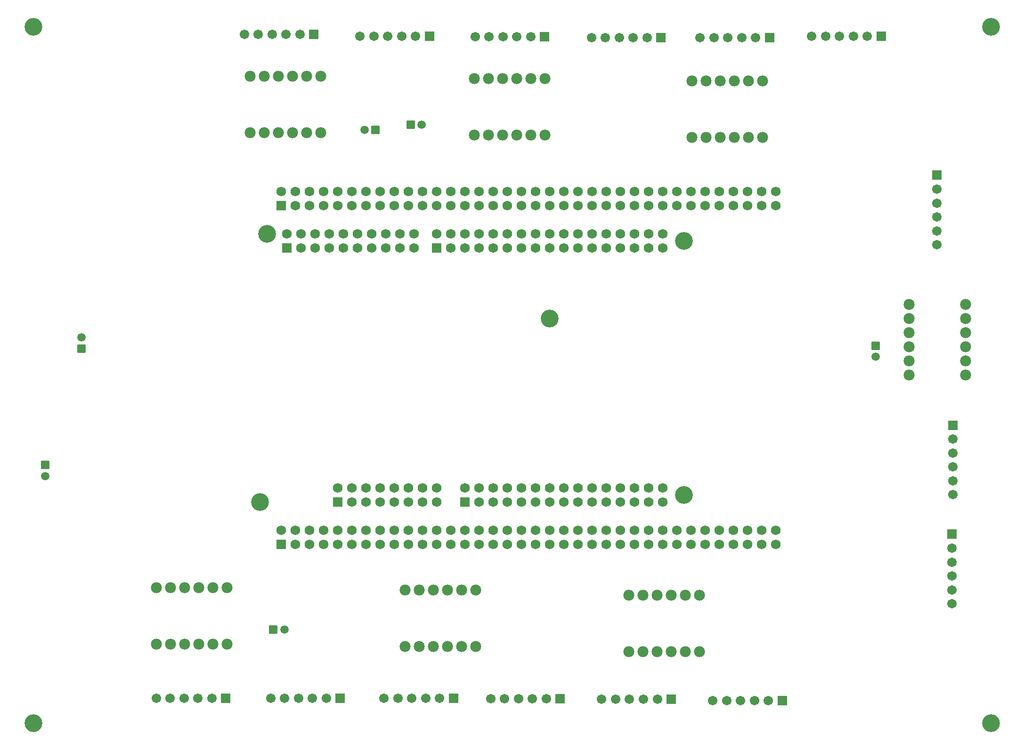
<source format=gbr>
%TF.GenerationSoftware,KiCad,Pcbnew,9.0.2*%
%TF.CreationDate,2025-12-22T22:41:59+05:30*%
%TF.ProjectId,its_a_wrap,6974735f-615f-4777-9261-702e6b696361,rev?*%
%TF.SameCoordinates,Original*%
%TF.FileFunction,Soldermask,Top*%
%TF.FilePolarity,Negative*%
%FSLAX46Y46*%
G04 Gerber Fmt 4.6, Leading zero omitted, Abs format (unit mm)*
G04 Created by KiCad (PCBNEW 9.0.2) date 2025-12-22 22:41:59*
%MOMM*%
%LPD*%
G01*
G04 APERTURE LIST*
G04 Aperture macros list*
%AMRoundRect*
0 Rectangle with rounded corners*
0 $1 Rounding radius*
0 $2 $3 $4 $5 $6 $7 $8 $9 X,Y pos of 4 corners*
0 Add a 4 corners polygon primitive as box body*
4,1,4,$2,$3,$4,$5,$6,$7,$8,$9,$2,$3,0*
0 Add four circle primitives for the rounded corners*
1,1,$1+$1,$2,$3*
1,1,$1+$1,$4,$5*
1,1,$1+$1,$6,$7*
1,1,$1+$1,$8,$9*
0 Add four rect primitives between the rounded corners*
20,1,$1+$1,$2,$3,$4,$5,0*
20,1,$1+$1,$4,$5,$6,$7,0*
20,1,$1+$1,$6,$7,$8,$9,0*
20,1,$1+$1,$8,$9,$2,$3,0*%
G04 Aperture macros list end*
%ADD10C,3.200000*%
%ADD11RoundRect,0.102000X-0.754000X-0.754000X0.754000X-0.754000X0.754000X0.754000X-0.754000X0.754000X0*%
%ADD12C,1.712000*%
%ADD13RoundRect,0.102000X0.754000X-0.754000X0.754000X0.754000X-0.754000X0.754000X-0.754000X-0.754000X0*%
%ADD14RoundRect,0.102000X0.654000X0.654000X-0.654000X0.654000X-0.654000X-0.654000X0.654000X-0.654000X0*%
%ADD15C,1.512000*%
%ADD16RoundRect,0.102000X0.765000X-0.765000X0.765000X0.765000X-0.765000X0.765000X-0.765000X-0.765000X0*%
%ADD17C,1.734000*%
%ADD18C,1.982000*%
%ADD19RoundRect,0.102000X-0.654000X-0.654000X0.654000X-0.654000X0.654000X0.654000X-0.654000X0.654000X0*%
%ADD20RoundRect,0.102000X0.654000X-0.654000X0.654000X0.654000X-0.654000X0.654000X-0.654000X-0.654000X0*%
%ADD21RoundRect,0.102000X-0.654000X0.654000X-0.654000X-0.654000X0.654000X-0.654000X0.654000X0.654000X0*%
G04 APERTURE END LIST*
D10*
%TO.C,H2*%
X40530000Y-158190000D03*
%TD*%
D11*
%TO.C,J5*%
X192950000Y-34575000D03*
D12*
X190450000Y-34575000D03*
X187950000Y-34575000D03*
X185450000Y-34575000D03*
X182950000Y-34575000D03*
X180450000Y-34575000D03*
%TD*%
D13*
%TO.C,J2*%
X202930000Y-59580000D03*
D12*
X202930000Y-62080000D03*
X202930000Y-64580000D03*
X202930000Y-67080000D03*
X202930000Y-69580000D03*
X202930000Y-72080000D03*
%TD*%
D10*
%TO.C,H4*%
X212680000Y-32870000D03*
%TD*%
D14*
%TO.C,J18*%
X108350000Y-50500000D03*
D15*
X110350000Y-50500000D03*
%TD*%
D10*
%TO.C,A1*%
X81240000Y-118360000D03*
X157440000Y-117090000D03*
X133310000Y-85340000D03*
X157440000Y-71370000D03*
X82510000Y-70100000D03*
D16*
X86066000Y-72640000D03*
D17*
X86066000Y-70100000D03*
X88606000Y-72640000D03*
X88606000Y-70100000D03*
X91146000Y-72640000D03*
X91146000Y-70100000D03*
X93686000Y-72640000D03*
X93686000Y-70100000D03*
X96226000Y-72640000D03*
X96226000Y-70100000D03*
X98766000Y-72640000D03*
X98766000Y-70100000D03*
X101306000Y-72640000D03*
X101306000Y-70100000D03*
X103846000Y-72640000D03*
X103846000Y-70100000D03*
X106386000Y-72640000D03*
X106386000Y-70100000D03*
X108926000Y-72640000D03*
X108926000Y-70100000D03*
D16*
X95210000Y-118360000D03*
D17*
X95210000Y-115820000D03*
X97750000Y-118360000D03*
X97750000Y-115820000D03*
X100290000Y-118360000D03*
X100290000Y-115820000D03*
X102830000Y-118360000D03*
X102830000Y-115820000D03*
X105370000Y-118360000D03*
X105370000Y-115820000D03*
X107910000Y-118360000D03*
X107910000Y-115820000D03*
X110450000Y-118360000D03*
X110450000Y-115820000D03*
X112990000Y-118360000D03*
X112990000Y-115820000D03*
D16*
X118070000Y-118360000D03*
D17*
X118070000Y-115820000D03*
X120610000Y-118360000D03*
X120610000Y-115820000D03*
X123150000Y-118360000D03*
X123150000Y-115820000D03*
X125690000Y-118360000D03*
X125690000Y-115820000D03*
X128230000Y-118360000D03*
X128230000Y-115820000D03*
X130770000Y-118360000D03*
X130770000Y-115820000D03*
X133310000Y-118360000D03*
X133310000Y-115820000D03*
X135850000Y-118360000D03*
X135850000Y-115820000D03*
X138390000Y-118360000D03*
X138390000Y-115820000D03*
X140930000Y-118360000D03*
X140930000Y-115820000D03*
X143470000Y-118360000D03*
X143470000Y-115820000D03*
X146010000Y-118360000D03*
X146010000Y-115820000D03*
X148550000Y-118360000D03*
X148550000Y-115820000D03*
X151090000Y-118360000D03*
X151090000Y-115820000D03*
X153630000Y-118360000D03*
X153630000Y-115820000D03*
D16*
X112990000Y-72640000D03*
D17*
X112990000Y-70100000D03*
X115530000Y-72640000D03*
X115530000Y-70100000D03*
X118070000Y-72640000D03*
X118070000Y-70100000D03*
X120610000Y-72640000D03*
X120610000Y-70100000D03*
X123150000Y-72640000D03*
X123150000Y-70100000D03*
X125690000Y-72640000D03*
X125690000Y-70100000D03*
X128230000Y-72640000D03*
X128230000Y-70100000D03*
X130770000Y-72640000D03*
X130770000Y-70100000D03*
X133310000Y-72640000D03*
X133310000Y-70100000D03*
X135850000Y-72640000D03*
X135850000Y-70100000D03*
X138390000Y-72640000D03*
X138390000Y-70100000D03*
X140930000Y-72640000D03*
X140930000Y-70100000D03*
X143470000Y-72640000D03*
X143470000Y-70100000D03*
X146010000Y-72640000D03*
X146010000Y-70100000D03*
X148550000Y-72640000D03*
X148550000Y-70100000D03*
X151090000Y-72640000D03*
X151090000Y-70100000D03*
X153630000Y-72640000D03*
X153630000Y-70100000D03*
D16*
X85050000Y-125980000D03*
D17*
X85050000Y-123440000D03*
X87590000Y-125980000D03*
X87590000Y-123440000D03*
X90130000Y-125980000D03*
X90130000Y-123440000D03*
X92670000Y-125980000D03*
X92670000Y-123440000D03*
X95210000Y-125980000D03*
X95210000Y-123440000D03*
X97750000Y-125980000D03*
X97750000Y-123440000D03*
X100290000Y-125980000D03*
X100290000Y-123440000D03*
X102830000Y-125980000D03*
X102830000Y-123440000D03*
X105370000Y-125980000D03*
X105370000Y-123440000D03*
X107910000Y-125980000D03*
X107910000Y-123440000D03*
X110450000Y-125980000D03*
X110450000Y-123440000D03*
X112990000Y-125980000D03*
X112990000Y-123440000D03*
X115530000Y-125980000D03*
X115530000Y-123440000D03*
X118070000Y-125980000D03*
X118070000Y-123440000D03*
X120610000Y-125980000D03*
X120610000Y-123440000D03*
X123150000Y-125980000D03*
X123150000Y-123440000D03*
X125690000Y-125980000D03*
X125690000Y-123440000D03*
X128230000Y-125980000D03*
X128230000Y-123440000D03*
X130770000Y-125980000D03*
X130770000Y-123440000D03*
X133310000Y-125980000D03*
X133310000Y-123440000D03*
X135850000Y-125980000D03*
X135850000Y-123440000D03*
X138390000Y-125980000D03*
X138390000Y-123440000D03*
X140930000Y-125980000D03*
X140930000Y-123440000D03*
X143470000Y-125980000D03*
X143470000Y-123440000D03*
X146010000Y-125980000D03*
X146010000Y-123440000D03*
X148550000Y-125980000D03*
X148550000Y-123440000D03*
X151090000Y-125980000D03*
X151090000Y-123440000D03*
X153630000Y-125980000D03*
X153630000Y-123440000D03*
X156170000Y-125980000D03*
X156170000Y-123440000D03*
X158710000Y-125980000D03*
X158710000Y-123440000D03*
X161250000Y-125980000D03*
X161250000Y-123440000D03*
X163790000Y-125980000D03*
X163790000Y-123440000D03*
X166330000Y-125980000D03*
X166330000Y-123440000D03*
X168870000Y-125980000D03*
X168870000Y-123440000D03*
X171410000Y-125980000D03*
X171410000Y-123440000D03*
X173950000Y-125980000D03*
X173950000Y-123440000D03*
D16*
X85070000Y-65020000D03*
D17*
X85070000Y-62480000D03*
X87610000Y-65020000D03*
X87610000Y-62480000D03*
X90150000Y-65020000D03*
X90150000Y-62480000D03*
X92690000Y-65020000D03*
X92690000Y-62480000D03*
X95230000Y-65020000D03*
X95230000Y-62480000D03*
X97770000Y-65020000D03*
X97770000Y-62480000D03*
X100310000Y-65020000D03*
X100310000Y-62480000D03*
X102850000Y-65020000D03*
X102850000Y-62480000D03*
X105390000Y-65020000D03*
X105390000Y-62480000D03*
X107930000Y-65020000D03*
X107930000Y-62480000D03*
X110470000Y-65020000D03*
X110470000Y-62480000D03*
X113010000Y-65020000D03*
X113010000Y-62480000D03*
X115550000Y-65020000D03*
X115550000Y-62480000D03*
X118090000Y-65020000D03*
X118090000Y-62480000D03*
X120630000Y-65020000D03*
X120630000Y-62480000D03*
X123170000Y-65020000D03*
X123170000Y-62480000D03*
X125710000Y-65020000D03*
X125710000Y-62480000D03*
X128250000Y-65020000D03*
X128250000Y-62480000D03*
X130790000Y-65020000D03*
X130790000Y-62480000D03*
X133330000Y-65020000D03*
X133330000Y-62480000D03*
X135870000Y-65020000D03*
X135870000Y-62480000D03*
X138410000Y-65020000D03*
X138410000Y-62480000D03*
X140950000Y-65020000D03*
X140950000Y-62480000D03*
X143490000Y-65020000D03*
X143490000Y-62480000D03*
X146030000Y-65020000D03*
X146030000Y-62480000D03*
X148570000Y-65020000D03*
X148570000Y-62480000D03*
X151110000Y-65020000D03*
X151110000Y-62480000D03*
X153650000Y-65020000D03*
X153650000Y-62480000D03*
X156190000Y-65020000D03*
X156190000Y-62480000D03*
X158730000Y-65020000D03*
X158730000Y-62480000D03*
X161270000Y-65020000D03*
X161270000Y-62480000D03*
X163810000Y-65020000D03*
X163810000Y-62480000D03*
X166350000Y-65020000D03*
X166350000Y-62480000D03*
X168890000Y-65020000D03*
X168890000Y-62480000D03*
X171430000Y-65020000D03*
X171430000Y-62480000D03*
X173970000Y-65020000D03*
X173970000Y-62480000D03*
%TD*%
D18*
%TO.C,U5*%
X119820000Y-42190000D03*
X122360000Y-42190000D03*
X129980000Y-42190000D03*
X132520000Y-42190000D03*
X119820000Y-52350000D03*
X122360000Y-52350000D03*
X129980000Y-52350000D03*
X132520000Y-52350000D03*
X127440000Y-42190000D03*
X127440000Y-52350000D03*
X124900000Y-42190000D03*
X124900000Y-52350000D03*
%TD*%
D11*
%TO.C,J10*%
X132437500Y-34675000D03*
D12*
X129937500Y-34675000D03*
X127437500Y-34675000D03*
X124937500Y-34675000D03*
X122437500Y-34675000D03*
X119937500Y-34675000D03*
%TD*%
D11*
%TO.C,J13*%
X75137500Y-153725000D03*
D12*
X72637500Y-153725000D03*
X70137500Y-153725000D03*
X67637500Y-153725000D03*
X65137500Y-153725000D03*
X62637500Y-153725000D03*
%TD*%
D19*
%TO.C,J1*%
X102050000Y-51450000D03*
D15*
X100050000Y-51450000D03*
%TD*%
D13*
%TO.C,J3*%
X205795000Y-104550000D03*
D12*
X205795000Y-107050000D03*
X205795000Y-109550000D03*
X205795000Y-112050000D03*
X205795000Y-114550000D03*
X205795000Y-117050000D03*
%TD*%
D18*
%TO.C,U3*%
X120063500Y-144342500D03*
X117523500Y-144342500D03*
X109903500Y-144342500D03*
X107363500Y-144342500D03*
X120063500Y-134182500D03*
X117523500Y-134182500D03*
X109903500Y-134182500D03*
X107363500Y-134182500D03*
X112443500Y-144342500D03*
X112443500Y-134182500D03*
X114983500Y-144342500D03*
X114983500Y-134182500D03*
%TD*%
D13*
%TO.C,J17*%
X205650000Y-124180000D03*
D12*
X205650000Y-126680000D03*
X205650000Y-129180000D03*
X205650000Y-131680000D03*
X205650000Y-134180000D03*
X205650000Y-136680000D03*
%TD*%
D11*
%TO.C,J14*%
X95700000Y-153725000D03*
D12*
X93200000Y-153725000D03*
X90700000Y-153725000D03*
X88200000Y-153725000D03*
X85700000Y-153725000D03*
X83200000Y-153725000D03*
%TD*%
D10*
%TO.C,H1*%
X40530000Y-32870000D03*
%TD*%
D20*
%TO.C,J21*%
X191970000Y-90260000D03*
D15*
X191970000Y-92260000D03*
%TD*%
D11*
%TO.C,J8*%
X90950000Y-34200000D03*
D12*
X88450000Y-34200000D03*
X85950000Y-34200000D03*
X83450000Y-34200000D03*
X80950000Y-34200000D03*
X78450000Y-34200000D03*
%TD*%
D18*
%TO.C,U1*%
X208090000Y-82846500D03*
X208090000Y-85386500D03*
X208090000Y-93006500D03*
X208090000Y-95546500D03*
X197930000Y-82846500D03*
X197930000Y-85386500D03*
X197930000Y-93006500D03*
X197930000Y-95546500D03*
X208090000Y-90466500D03*
X197930000Y-90466500D03*
X208090000Y-87926500D03*
X197930000Y-87926500D03*
%TD*%
D11*
%TO.C,J6*%
X116050000Y-153700000D03*
D12*
X113550000Y-153700000D03*
X111050000Y-153700000D03*
X108550000Y-153700000D03*
X106050000Y-153700000D03*
X103550000Y-153700000D03*
%TD*%
D14*
%TO.C,J15*%
X83660000Y-141360000D03*
D15*
X85660000Y-141360000D03*
%TD*%
D18*
%TO.C,U4*%
X79536500Y-41757500D03*
X82076500Y-41757500D03*
X89696500Y-41757500D03*
X92236500Y-41757500D03*
X79536500Y-51917500D03*
X82076500Y-51917500D03*
X89696500Y-51917500D03*
X92236500Y-51917500D03*
X87156500Y-41757500D03*
X87156500Y-51917500D03*
X84616500Y-41757500D03*
X84616500Y-51917500D03*
%TD*%
D11*
%TO.C,J16*%
X175150000Y-154100000D03*
D12*
X172650000Y-154100000D03*
X170150000Y-154100000D03*
X167650000Y-154100000D03*
X165150000Y-154100000D03*
X162650000Y-154100000D03*
%TD*%
D18*
%TO.C,U2*%
X160250000Y-145290000D03*
X157710000Y-145290000D03*
X150090000Y-145290000D03*
X147550000Y-145290000D03*
X160250000Y-135130000D03*
X157710000Y-135130000D03*
X150090000Y-135130000D03*
X147550000Y-135130000D03*
X152630000Y-145290000D03*
X152630000Y-135130000D03*
X155170000Y-145290000D03*
X155170000Y-135130000D03*
%TD*%
D11*
%TO.C,J9*%
X111750000Y-34600000D03*
D12*
X109250000Y-34600000D03*
X106750000Y-34600000D03*
X104250000Y-34600000D03*
X101750000Y-34600000D03*
X99250000Y-34600000D03*
%TD*%
D11*
%TO.C,J11*%
X153350000Y-34850000D03*
D12*
X150850000Y-34850000D03*
X148350000Y-34850000D03*
X145850000Y-34850000D03*
X143350000Y-34850000D03*
X140850000Y-34850000D03*
%TD*%
D21*
%TO.C,J19*%
X49200000Y-90770000D03*
D15*
X49200000Y-88770000D03*
%TD*%
D20*
%TO.C,J20*%
X42650000Y-111700000D03*
D15*
X42650000Y-113700000D03*
%TD*%
D11*
%TO.C,J7*%
X135250000Y-153800000D03*
D12*
X132750000Y-153800000D03*
X130250000Y-153800000D03*
X127750000Y-153800000D03*
X125250000Y-153800000D03*
X122750000Y-153800000D03*
%TD*%
D18*
%TO.C,U7*%
X75370000Y-143970000D03*
X72830000Y-143970000D03*
X65210000Y-143970000D03*
X62670000Y-143970000D03*
X75370000Y-133810000D03*
X72830000Y-133810000D03*
X65210000Y-133810000D03*
X62670000Y-133810000D03*
X67750000Y-143970000D03*
X67750000Y-133810000D03*
X70290000Y-143970000D03*
X70290000Y-133810000D03*
%TD*%
%TO.C,U6*%
X158896500Y-42630000D03*
X161436500Y-42630000D03*
X169056500Y-42630000D03*
X171596500Y-42630000D03*
X158896500Y-52790000D03*
X161436500Y-52790000D03*
X169056500Y-52790000D03*
X171596500Y-52790000D03*
X166516500Y-42630000D03*
X166516500Y-52790000D03*
X163976500Y-42630000D03*
X163976500Y-52790000D03*
%TD*%
D11*
%TO.C,J4*%
X155200000Y-153825000D03*
D12*
X152700000Y-153825000D03*
X150200000Y-153825000D03*
X147700000Y-153825000D03*
X145200000Y-153825000D03*
X142700000Y-153825000D03*
%TD*%
D10*
%TO.C,H3*%
X212680000Y-158190000D03*
%TD*%
D11*
%TO.C,J12*%
X172870000Y-34860000D03*
D12*
X170370000Y-34860000D03*
X167870000Y-34860000D03*
X165370000Y-34860000D03*
X162870000Y-34860000D03*
X160370000Y-34860000D03*
%TD*%
M02*

</source>
